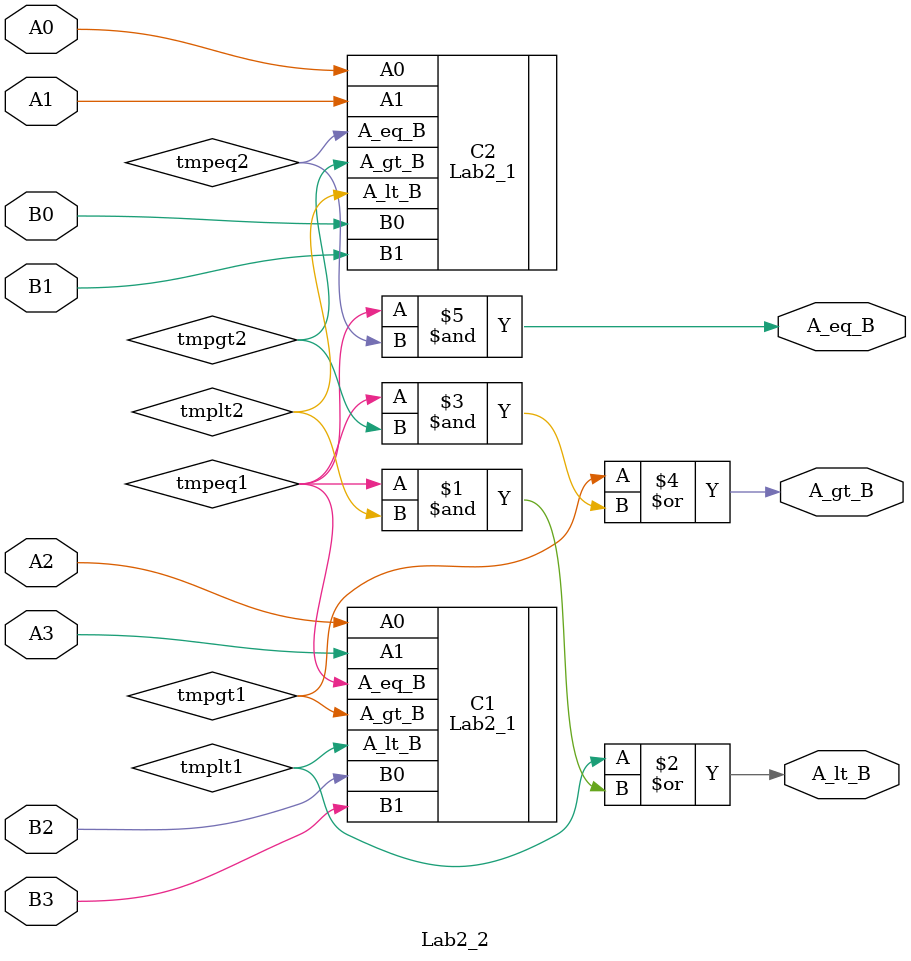
<source format=v>
module Lab2_2(A_lt_B, A_gt_B, A_eq_B, A3, A2, A1, A0, B3, B2, B1, B0);
	input	A3, A2, A1, A0, B3, B2, B1, B0;
	output	A_lt_B, A_gt_B, A_eq_B;
	
	wire	tmplt1, tmpgt1, tmpeq1;

Lab2_1 C1( .A_lt_B(tmplt1), .A_gt_B(tmpgt1), .A_eq_B(tmpeq1), .A1(A3), .A0(A2), .B1(B3), .B0(B2));
Lab2_1 C2( .A_lt_B(tmplt2), .A_gt_B(tmpgt2), .A_eq_B(tmpeq2), .A1(A1), .A0(A0), .B1(B1), .B0(B0));
	
	assign A_lt_B = ( tmplt1 | ( tmpeq1 & tmplt2 ) ); 
	assign A_gt_B = ( tmpgt1 | ( tmpeq1 & tmpgt2 ) );
	assign A_eq_B = ( tmpeq1 & tmpeq2 );

endmodule

</source>
